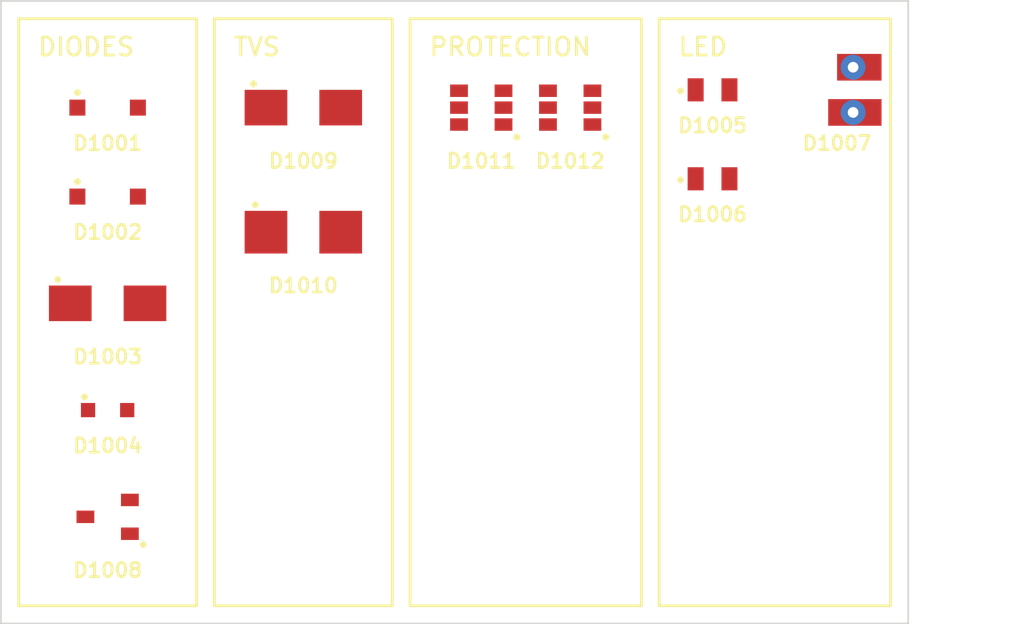
<source format=kicad_pcb>
(kicad_pcb (version 20241229) (generator "pcbnew") (generator_version "9.0")
  (title_block (title "Diodes") (date "2026-01-09") (rev "1") (comment 1 "-") (comment 2 "-"))
  (layers (0 "F.Cu" signal) (2 "B.Cu" signal) (13 "F.Paste" user) (15 "B.Paste" user) (5 "F.SilkS" user "F.Silkscreen") (7 "B.SilkS" user "B.Silkscreen") (1 "F.Mask" user) (3 "B.Mask" user) (25 "Edge.Cuts" user))
  (net 0 "")
  (footprint "lily_footprints:sot23-6_sc74" (layer "F.Cu") (at 142 76)
    (property "Reference" "D1012" (at 0 3 0) (layer "F.SilkS") (effects (font (size 0.8 0.8) (thickness 0.16))))
    (property "Value" "SRV05-4" (hide yes))
    (property "Pin_1_mark" "•" (at 2 1.6 0) (layer "F.SilkS") (effects (font (size 0.8 0.8) (thickness 0.16))))
    (pad "1" smd rect (at 1.25 0.95 90) (size 0.7 1) (layers "F.Cu" "F.Paste"))
    (pad "2" smd rect (at 1.25 0 90) (size 0.7 1) (layers "F.Cu" "F.Paste"))
    (pad "3" smd rect (at 1.25 -0.95 90) (size 0.7 1) (layers "F.Cu" "F.Paste"))
    (pad "4" smd rect (at -1.25 -0.95 90) (size 0.7 1) (layers "F.Cu" "F.Paste"))
    (pad "5" smd rect (at -1.25 0 90) (size 0.7 1) (layers "F.Cu" "F.Paste"))
    (pad "6" smd rect (at -1.25 0.95 90) (size 0.7 1) (layers "F.Cu" "F.Paste"))
  )
  (footprint "lily_footprints:dio_do214ac_sma" (layer "F.Cu") (at 127 76)
    (property "Reference" "D1009" (at 0 3 0) (layer "F.SilkS") (effects (font (size 0.8 0.8) (thickness 0.16))))
    (property "Value" "12V" (hide yes))
    (property "Pin_1_mark" "•" (at -2.8 -1.4 0) (layer "F.SilkS") (effects (font (size 0.8 0.8) (thickness 0.16))))
    (pad "1" smd rect (at -2.1 0) (size 2.4 2) (layers "F.Cu" "F.Mask" "F.Paste"))
    (pad "2" smd rect (at 2.1 0) (size 2.4 2) (layers "F.Cu" "F.Mask" "F.Paste"))
  )
  (footprint "lily_footprints:sot23-6_sc74" (layer "F.Cu") (at 137 76)
    (property "Reference" "D1011" (at 0 3 0) (layer "F.SilkS") (effects (font (size 0.8 0.8) (thickness 0.16))))
    (property "Value" "USBLC6-2" (hide yes))
    (property "Pin_1_mark" "•" (at 2 1.6 0) (layer "F.SilkS") (effects (font (size 0.8 0.8) (thickness 0.16))))
    (pad "1" smd rect (at 1.25 0.95 90) (size 0.7 1) (layers "F.Cu" "F.Paste"))
    (pad "2" smd rect (at 1.25 0 90) (size 0.7 1) (layers "F.Cu" "F.Paste"))
    (pad "3" smd rect (at 1.25 -0.95 90) (size 0.7 1) (layers "F.Cu" "F.Paste"))
    (pad "4" smd rect (at -1.25 -0.95 90) (size 0.7 1) (layers "F.Cu" "F.Paste"))
    (pad "5" smd rect (at -1.25 0 90) (size 0.7 1) (layers "F.Cu" "F.Paste"))
    (pad "6" smd rect (at -1.25 0.95 90) (size 0.7 1) (layers "F.Cu" "F.Paste"))
  )
  (footprint "lily_footprints:dio_do214aa_smb" (layer "F.Cu") (at 127 83)
    (property "Reference" "D1010" (at 0 3 0) (layer "F.SilkS") (effects (font (size 0.8 0.8) (thickness 0.16))))
    (property "Value" "15V" (hide yes))
    (property "Pin_1_mark" "•" (at -2.7 -1.6 0) (layer "F.SilkS") (effects (font (size 0.8 0.8) (thickness 0.16))))
    (pad "1" smd rect (at -2.1 0) (size 2.4 2.4) (layers "F.Cu" "F.Mask" "F.Paste"))
    (pad "2" smd rect (at 2.1 0) (size 2.4 2.4) (layers "F.Cu" "F.Mask" "F.Paste"))
  )
  (footprint "lily_footprints:led_0805" (layer "F.Cu") (at 150 80)
    (property "Reference" "D1006" (at 0 2 0) (layer "F.SilkS") (effects (font (size 0.8 0.8) (thickness 0.16))))
    (property "Value" "KP-2012EC" (hide yes))
    (property "Pin_1_mark" "•" (at -1.8 0 0) (layer "F.SilkS") (effects (font (size 0.8 0.8) (thickness 0.16))))
    (pad "1" smd rect (at -0.95 0) (size 0.9 1.3) (layers "F.Cu" "F.Mask" "F.Paste"))
    (pad "2" smd rect (at 0.95 0) (size 0.9 1.3) (layers "F.Cu" "F.Mask" "F.Paste"))
  )
  (footprint "lily_footprints:dio_do214ac_sma" (layer "F.Cu") (at 116 87)
    (property "Reference" "D1003" (at 0 3 0) (layer "F.SilkS") (effects (font (size 0.8 0.8) (thickness 0.16))))
    (property "Value" "SS14" (hide yes))
    (property "Pin_1_mark" "•" (at -2.8 -1.4 0) (layer "F.SilkS") (effects (font (size 0.8 0.8) (thickness 0.16))))
    (pad "1" smd rect (at -2.1 0) (size 2.4 2) (layers "F.Cu" "F.Mask" "F.Paste"))
    (pad "2" smd rect (at 2.1 0) (size 2.4 2) (layers "F.Cu" "F.Mask" "F.Paste"))
  )
  (footprint "lily_footprints:dio_sod323" (layer "F.Cu") (at 116 93)
    (property "Reference" "D1004" (at 0 2 0) (layer "F.SilkS") (effects (font (size 0.8 0.8) (thickness 0.16))))
    (property "Value" "4V7" (hide yes))
    (property "Pin_1_mark" "•" (at -1.3 -0.8 0) (layer "F.SilkS") (effects (font (size 0.8 0.8) (thickness 0.16))))
    (pad "1" smd rect (at -1.1 0) (size 0.8 0.8) (layers "F.Cu" "F.Mask" "F.Paste"))
    (pad "2" smd rect (at 1.1 0) (size 0.8 0.8) (layers "F.Cu" "F.Mask" "F.Paste"))
  )
  (footprint "lily_footprints:led_0805" (layer "F.Cu") (at 150 75)
    (property "Reference" "D1005" (at 0 2 0) (layer "F.SilkS") (effects (font (size 0.8 0.8) (thickness 0.16))))
    (property "Value" "KP-2012CGCK" (hide yes))
    (property "Pin_1_mark" "•" (at -1.8 0 0) (layer "F.SilkS") (effects (font (size 0.8 0.8) (thickness 0.16))))
    (pad "1" smd rect (at -0.95 0) (size 0.9 1.3) (layers "F.Cu" "F.Mask" "F.Paste"))
    (pad "2" smd rect (at 0.95 0) (size 0.9 1.3) (layers "F.Cu" "F.Mask" "F.Paste"))
  )
  (footprint "lily_footprints:led_3mm_green_edge_mount" (layer "F.Cu") (at 160 75 180)
    (property "Reference" "D1007" (at 3 -3 0) (layer "F.SilkS") (effects (font (size 0.8 0.8) (thickness 0.16))))
    (property "Value" "MCL034GD" (hide yes))
    (pad "1" smd rect (at 2 -1.27 180) (size 3 1.5) (layers "F.Cu" "F.Mask"))
    (pad "1" thru_hole circle (at 2.1 -1.27 180) (size 1.4 1.4) (drill 0.6) (layers "*.Cu" "*.Mask"))
    (pad "2" smd rect (at 1.75 1.27 180) (size 2.5 1.5) (layers "F.Cu" "F.Mask"))
    (pad "2" thru_hole circle (at 2.1 1.27 180) (size 1.4 1.4) (drill 0.6) (layers "*.Cu" "*.Mask"))
  )
  (footprint "lily_footprints:dio_sod123" (layer "F.Cu") (at 116 81)
    (property "Reference" "D1002" (at 0 2 0) (layer "F.SilkS") (effects (font (size 0.8 0.8) (thickness 0.16))))
    (property "Value" "1N5819HW" (hide yes))
    (property "Pin_1_mark" "•" (at -1.7 -0.9 0) (layer "F.SilkS") (effects (font (size 0.8 0.8) (thickness 0.16))))
    (pad "1" smd rect (at -1.7 0 180) (size 0.9 0.9) (layers "F.Cu" "F.Mask" "F.Paste"))
    (pad "2" smd rect (at 1.7 0 180) (size 0.9 0.9) (layers "F.Cu" "F.Mask" "F.Paste"))
  )
  (footprint "lily_footprints:dio_sod123" (layer "F.Cu") (at 116 76)
    (property "Reference" "D1001" (at 0 2 0) (layer "F.SilkS") (effects (font (size 0.8 0.8) (thickness 0.16))))
    (property "Value" "1N4148W" (hide yes))
    (property "Pin_1_mark" "•" (at -1.7 -0.9 0) (layer "F.SilkS") (effects (font (size 0.8 0.8) (thickness 0.16))))
    (pad "1" smd rect (at -1.7 0 180) (size 0.9 0.9) (layers "F.Cu" "F.Mask" "F.Paste"))
    (pad "2" smd rect (at 1.7 0 180) (size 0.9 0.9) (layers "F.Cu" "F.Mask" "F.Paste"))
  )
  (footprint "lily_footprints:sot23" (layer "F.Cu") (at 116 99)
    (property "Reference" "D1008" (at 0 3 0) (layer "F.SilkS") (effects (font (size 0.8 0.8) (thickness 0.16))))
    (property "Value" "BAT54SL" (hide yes))
    (property "Pin_1_mark" "•" (at 2 1.5 0) (layer "F.SilkS") (effects (font (size 0.8 0.8) (thickness 0.16))))
    (pad "1" smd rect (at 1.25 0.95 90) (size 0.7 1) (layers "F.Cu" "F.Mask" "F.Paste"))
    (pad "2" smd rect (at 1.25 -0.95 90) (size 0.7 1) (layers "F.Cu" "F.Mask" "F.Paste"))
    (pad "3" smd rect (at -1.25 0 90) (size 0.7 1) (layers "F.Cu" "F.Mask" "F.Paste"))
  )
  (gr_rect (start 111 71) (end 121 104) (stroke (width 0.16)) (fill no) (layer "F.SilkS"))
  (gr_rect (start 133 71) (end 146 104) (stroke (width 0.16)) (fill no) (layer "F.SilkS"))
  (gr_rect (start 147 71) (end 160 104) (stroke (width 0.16)) (fill no) (layer "F.SilkS"))
  (gr_rect (start 122 71) (end 132 104) (stroke (width 0.16)) (fill no) (layer "F.SilkS"))
  (gr_rect (start 110 70) (end 161 105) (stroke (width 0.1)) (fill no) (layer "Edge.Cuts"))
  (gr_text "TVS" (at 123 72 0) (layer "F.SilkS") (effects (font (size 1 1) (thickness 0.16)) (justify left top)))
  (gr_text "PROTECTION" (at 134 72 0) (layer "F.SilkS") (effects (font (size 1 1) (thickness 0.16)) (justify left top)))
  (gr_text "DIODES" (at 112 72 0) (layer "F.SilkS") (effects (font (size 1 1) (thickness 0.16)) (justify left top)))
  (gr_text "LED" (at 148 72 0) (layer "F.SilkS") (effects (font (size 1 1) (thickness 0.16)) (justify left top)))
)
</source>
